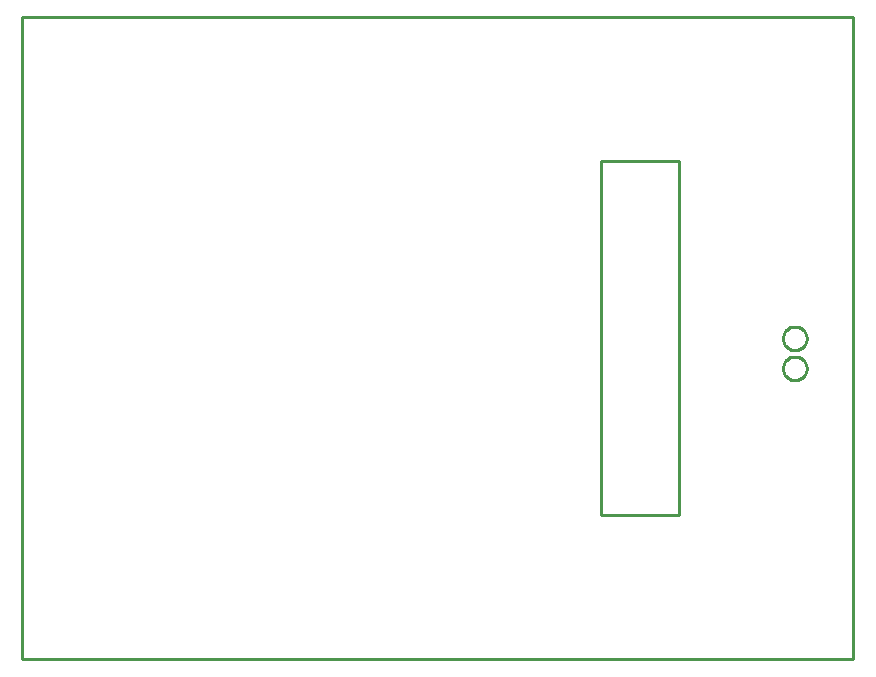
<source format=gbr>
G04 EAGLE Gerber RS-274X export*
G75*
%MOMM*%
%FSLAX34Y34*%
%LPD*%
%IN*%
%IPPOS*%
%AMOC8*
5,1,8,0,0,1.08239X$1,22.5*%
G01*
%ADD10C,0.254000*%


D10*
X0Y0D02*
X703580Y0D01*
X703580Y543560D01*
X0Y543560D01*
X0Y0D01*
X490220Y121920D02*
X556260Y121920D01*
X556260Y421640D01*
X490220Y421640D01*
X490220Y121920D01*
X664050Y246817D02*
X663974Y247687D01*
X663822Y248546D01*
X663596Y249390D01*
X663298Y250210D01*
X662929Y251002D01*
X662492Y251758D01*
X661991Y252473D01*
X661430Y253142D01*
X660812Y253760D01*
X660143Y254321D01*
X659428Y254822D01*
X658672Y255259D01*
X657880Y255628D01*
X657060Y255926D01*
X656216Y256152D01*
X655357Y256304D01*
X654487Y256380D01*
X653613Y256380D01*
X652744Y256304D01*
X651884Y256152D01*
X651040Y255926D01*
X650220Y255628D01*
X649428Y255259D01*
X648672Y254822D01*
X647957Y254321D01*
X647288Y253760D01*
X646670Y253142D01*
X646109Y252473D01*
X645608Y251758D01*
X645171Y251002D01*
X644802Y250210D01*
X644504Y249390D01*
X644278Y248546D01*
X644126Y247687D01*
X644050Y246817D01*
X644050Y245943D01*
X644126Y245074D01*
X644278Y244214D01*
X644504Y243370D01*
X644802Y242550D01*
X645171Y241758D01*
X645608Y241002D01*
X646109Y240287D01*
X646670Y239618D01*
X647288Y239000D01*
X647957Y238439D01*
X648672Y237938D01*
X649428Y237501D01*
X650220Y237132D01*
X651040Y236834D01*
X651884Y236608D01*
X652744Y236456D01*
X653613Y236380D01*
X654487Y236380D01*
X655357Y236456D01*
X656216Y236608D01*
X657060Y236834D01*
X657880Y237132D01*
X658672Y237501D01*
X659428Y237938D01*
X660143Y238439D01*
X660812Y239000D01*
X661430Y239618D01*
X661991Y240287D01*
X662492Y241002D01*
X662929Y241758D01*
X663298Y242550D01*
X663596Y243370D01*
X663822Y244214D01*
X663974Y245074D01*
X664050Y245943D01*
X664050Y246817D01*
X664050Y272217D02*
X663974Y273087D01*
X663822Y273946D01*
X663596Y274790D01*
X663298Y275610D01*
X662929Y276402D01*
X662492Y277158D01*
X661991Y277873D01*
X661430Y278542D01*
X660812Y279160D01*
X660143Y279721D01*
X659428Y280222D01*
X658672Y280659D01*
X657880Y281028D01*
X657060Y281326D01*
X656216Y281552D01*
X655357Y281704D01*
X654487Y281780D01*
X653613Y281780D01*
X652744Y281704D01*
X651884Y281552D01*
X651040Y281326D01*
X650220Y281028D01*
X649428Y280659D01*
X648672Y280222D01*
X647957Y279721D01*
X647288Y279160D01*
X646670Y278542D01*
X646109Y277873D01*
X645608Y277158D01*
X645171Y276402D01*
X644802Y275610D01*
X644504Y274790D01*
X644278Y273946D01*
X644126Y273087D01*
X644050Y272217D01*
X644050Y271343D01*
X644126Y270474D01*
X644278Y269614D01*
X644504Y268770D01*
X644802Y267950D01*
X645171Y267158D01*
X645608Y266402D01*
X646109Y265687D01*
X646670Y265018D01*
X647288Y264400D01*
X647957Y263839D01*
X648672Y263338D01*
X649428Y262901D01*
X650220Y262532D01*
X651040Y262234D01*
X651884Y262008D01*
X652744Y261856D01*
X653613Y261780D01*
X654487Y261780D01*
X655357Y261856D01*
X656216Y262008D01*
X657060Y262234D01*
X657880Y262532D01*
X658672Y262901D01*
X659428Y263338D01*
X660143Y263839D01*
X660812Y264400D01*
X661430Y265018D01*
X661991Y265687D01*
X662492Y266402D01*
X662929Y267158D01*
X663298Y267950D01*
X663596Y268770D01*
X663822Y269614D01*
X663974Y270474D01*
X664050Y271343D01*
X664050Y272217D01*
M02*

</source>
